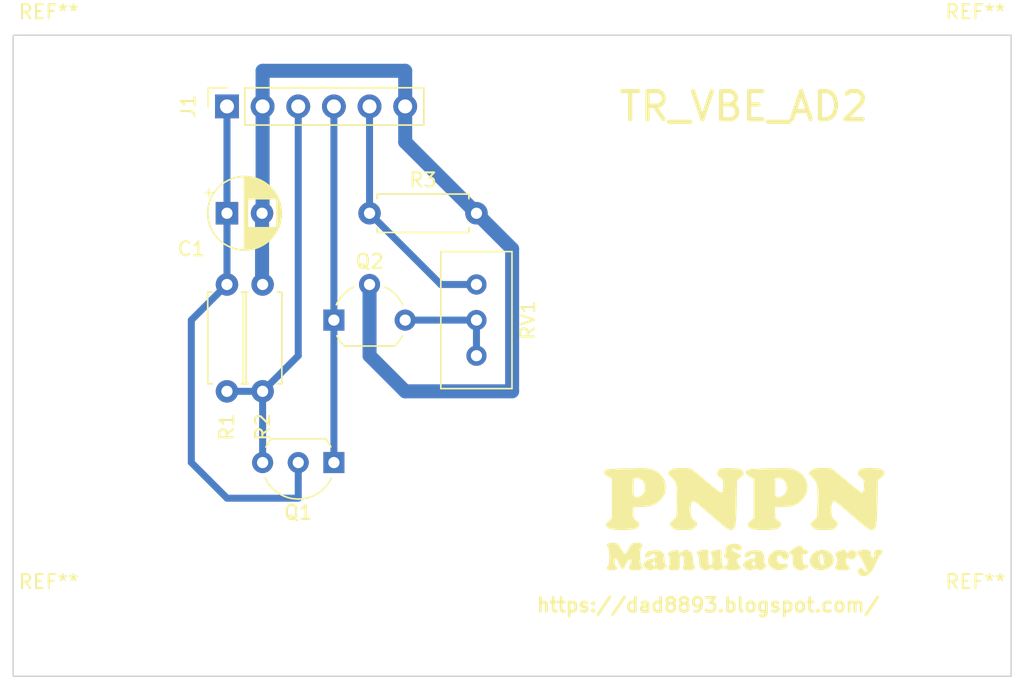
<source format=kicad_pcb>
(kicad_pcb (version 20171130) (host pcbnew "(5.1.6)-1")

  (general
    (thickness 1.6)
    (drawings 18)
    (tracks 32)
    (zones 0)
    (modules 13)
    (nets 7)
  )

  (page A4)
  (title_block
    (title TR_VBE_AD2)
    (date 2020-08-06)
    (rev 1.0)
    (company "PNPN Manufactory")
  )

  (layers
    (0 F.Cu signal)
    (31 B.Cu signal)
    (32 B.Adhes user)
    (33 F.Adhes user)
    (34 B.Paste user)
    (35 F.Paste user)
    (36 B.SilkS user)
    (37 F.SilkS user)
    (38 B.Mask user)
    (39 F.Mask user)
    (40 Dwgs.User user)
    (41 Cmts.User user)
    (42 Eco1.User user)
    (43 Eco2.User user)
    (44 Edge.Cuts user)
    (45 Margin user)
    (46 B.CrtYd user)
    (47 F.CrtYd user)
    (48 B.Fab user)
    (49 F.Fab user hide)
  )

  (setup
    (last_trace_width 0.5)
    (user_trace_width 0.5)
    (user_trace_width 1)
    (trace_clearance 0.2)
    (zone_clearance 0.508)
    (zone_45_only no)
    (trace_min 0.2)
    (via_size 0.8)
    (via_drill 0.4)
    (via_min_size 0.4)
    (via_min_drill 0.3)
    (uvia_size 0.3)
    (uvia_drill 0.1)
    (uvias_allowed no)
    (uvia_min_size 0.2)
    (uvia_min_drill 0.1)
    (edge_width 0.05)
    (segment_width 0.2)
    (pcb_text_width 0.3)
    (pcb_text_size 1.5 1.5)
    (mod_edge_width 0.12)
    (mod_text_size 1 1)
    (mod_text_width 0.15)
    (pad_size 1.524 1.524)
    (pad_drill 0.762)
    (pad_to_mask_clearance 0.05)
    (aux_axis_origin 0 0)
    (visible_elements 7FFFFFFF)
    (pcbplotparams
      (layerselection 0x010fc_ffffffff)
      (usegerberextensions false)
      (usegerberattributes true)
      (usegerberadvancedattributes true)
      (creategerberjobfile true)
      (excludeedgelayer true)
      (linewidth 0.100000)
      (plotframeref false)
      (viasonmask false)
      (mode 1)
      (useauxorigin false)
      (hpglpennumber 1)
      (hpglpenspeed 20)
      (hpglpendiameter 15.000000)
      (psnegative false)
      (psa4output false)
      (plotreference true)
      (plotvalue true)
      (plotinvisibletext false)
      (padsonsilk false)
      (subtractmaskfromsilk false)
      (outputformat 1)
      (mirror false)
      (drillshape 1)
      (scaleselection 1)
      (outputdirectory ""))
  )

  (net 0 "")
  (net 1 GND)
  (net 2 /VCC)
  (net 3 /VIS)
  (net 4 /VE)
  (net 5 /VB)
  (net 6 "Net-(Q2-Pad3)")

  (net_class Default "This is the default net class."
    (clearance 0.2)
    (trace_width 0.25)
    (via_dia 0.8)
    (via_drill 0.4)
    (uvia_dia 0.3)
    (uvia_drill 0.1)
    (add_net /VB)
    (add_net /VCC)
    (add_net /VE)
    (add_net /VIS)
    (add_net GND)
    (add_net "Net-(Q2-Pad3)")
  )

  (module Capacitor_THT:CP_Radial_D5.0mm_P2.50mm (layer F.Cu) (tedit 5AE50EF0) (tstamp 5F2380D2)
    (at 134.62 91.44)
    (descr "CP, Radial series, Radial, pin pitch=2.50mm, , diameter=5mm, Electrolytic Capacitor")
    (tags "CP Radial series Radial pin pitch 2.50mm  diameter 5mm Electrolytic Capacitor")
    (path /5F24679E)
    (fp_text reference C1 (at -2.54 2.54) (layer F.SilkS)
      (effects (font (size 1 1) (thickness 0.15)))
    )
    (fp_text value 10uF (at 1.25 3.75) (layer F.Fab)
      (effects (font (size 1 1) (thickness 0.15)))
    )
    (fp_text user %R (at 1.25 0) (layer F.Fab)
      (effects (font (size 1 1) (thickness 0.15)))
    )
    (fp_circle (center 1.25 0) (end 3.75 0) (layer F.Fab) (width 0.1))
    (fp_circle (center 1.25 0) (end 3.87 0) (layer F.SilkS) (width 0.12))
    (fp_circle (center 1.25 0) (end 4 0) (layer F.CrtYd) (width 0.05))
    (fp_line (start -0.883605 -1.0875) (end -0.383605 -1.0875) (layer F.Fab) (width 0.1))
    (fp_line (start -0.633605 -1.3375) (end -0.633605 -0.8375) (layer F.Fab) (width 0.1))
    (fp_line (start 1.25 -2.58) (end 1.25 2.58) (layer F.SilkS) (width 0.12))
    (fp_line (start 1.29 -2.58) (end 1.29 2.58) (layer F.SilkS) (width 0.12))
    (fp_line (start 1.33 -2.579) (end 1.33 2.579) (layer F.SilkS) (width 0.12))
    (fp_line (start 1.37 -2.578) (end 1.37 2.578) (layer F.SilkS) (width 0.12))
    (fp_line (start 1.41 -2.576) (end 1.41 2.576) (layer F.SilkS) (width 0.12))
    (fp_line (start 1.45 -2.573) (end 1.45 2.573) (layer F.SilkS) (width 0.12))
    (fp_line (start 1.49 -2.569) (end 1.49 -1.04) (layer F.SilkS) (width 0.12))
    (fp_line (start 1.49 1.04) (end 1.49 2.569) (layer F.SilkS) (width 0.12))
    (fp_line (start 1.53 -2.565) (end 1.53 -1.04) (layer F.SilkS) (width 0.12))
    (fp_line (start 1.53 1.04) (end 1.53 2.565) (layer F.SilkS) (width 0.12))
    (fp_line (start 1.57 -2.561) (end 1.57 -1.04) (layer F.SilkS) (width 0.12))
    (fp_line (start 1.57 1.04) (end 1.57 2.561) (layer F.SilkS) (width 0.12))
    (fp_line (start 1.61 -2.556) (end 1.61 -1.04) (layer F.SilkS) (width 0.12))
    (fp_line (start 1.61 1.04) (end 1.61 2.556) (layer F.SilkS) (width 0.12))
    (fp_line (start 1.65 -2.55) (end 1.65 -1.04) (layer F.SilkS) (width 0.12))
    (fp_line (start 1.65 1.04) (end 1.65 2.55) (layer F.SilkS) (width 0.12))
    (fp_line (start 1.69 -2.543) (end 1.69 -1.04) (layer F.SilkS) (width 0.12))
    (fp_line (start 1.69 1.04) (end 1.69 2.543) (layer F.SilkS) (width 0.12))
    (fp_line (start 1.73 -2.536) (end 1.73 -1.04) (layer F.SilkS) (width 0.12))
    (fp_line (start 1.73 1.04) (end 1.73 2.536) (layer F.SilkS) (width 0.12))
    (fp_line (start 1.77 -2.528) (end 1.77 -1.04) (layer F.SilkS) (width 0.12))
    (fp_line (start 1.77 1.04) (end 1.77 2.528) (layer F.SilkS) (width 0.12))
    (fp_line (start 1.81 -2.52) (end 1.81 -1.04) (layer F.SilkS) (width 0.12))
    (fp_line (start 1.81 1.04) (end 1.81 2.52) (layer F.SilkS) (width 0.12))
    (fp_line (start 1.85 -2.511) (end 1.85 -1.04) (layer F.SilkS) (width 0.12))
    (fp_line (start 1.85 1.04) (end 1.85 2.511) (layer F.SilkS) (width 0.12))
    (fp_line (start 1.89 -2.501) (end 1.89 -1.04) (layer F.SilkS) (width 0.12))
    (fp_line (start 1.89 1.04) (end 1.89 2.501) (layer F.SilkS) (width 0.12))
    (fp_line (start 1.93 -2.491) (end 1.93 -1.04) (layer F.SilkS) (width 0.12))
    (fp_line (start 1.93 1.04) (end 1.93 2.491) (layer F.SilkS) (width 0.12))
    (fp_line (start 1.971 -2.48) (end 1.971 -1.04) (layer F.SilkS) (width 0.12))
    (fp_line (start 1.971 1.04) (end 1.971 2.48) (layer F.SilkS) (width 0.12))
    (fp_line (start 2.011 -2.468) (end 2.011 -1.04) (layer F.SilkS) (width 0.12))
    (fp_line (start 2.011 1.04) (end 2.011 2.468) (layer F.SilkS) (width 0.12))
    (fp_line (start 2.051 -2.455) (end 2.051 -1.04) (layer F.SilkS) (width 0.12))
    (fp_line (start 2.051 1.04) (end 2.051 2.455) (layer F.SilkS) (width 0.12))
    (fp_line (start 2.091 -2.442) (end 2.091 -1.04) (layer F.SilkS) (width 0.12))
    (fp_line (start 2.091 1.04) (end 2.091 2.442) (layer F.SilkS) (width 0.12))
    (fp_line (start 2.131 -2.428) (end 2.131 -1.04) (layer F.SilkS) (width 0.12))
    (fp_line (start 2.131 1.04) (end 2.131 2.428) (layer F.SilkS) (width 0.12))
    (fp_line (start 2.171 -2.414) (end 2.171 -1.04) (layer F.SilkS) (width 0.12))
    (fp_line (start 2.171 1.04) (end 2.171 2.414) (layer F.SilkS) (width 0.12))
    (fp_line (start 2.211 -2.398) (end 2.211 -1.04) (layer F.SilkS) (width 0.12))
    (fp_line (start 2.211 1.04) (end 2.211 2.398) (layer F.SilkS) (width 0.12))
    (fp_line (start 2.251 -2.382) (end 2.251 -1.04) (layer F.SilkS) (width 0.12))
    (fp_line (start 2.251 1.04) (end 2.251 2.382) (layer F.SilkS) (width 0.12))
    (fp_line (start 2.291 -2.365) (end 2.291 -1.04) (layer F.SilkS) (width 0.12))
    (fp_line (start 2.291 1.04) (end 2.291 2.365) (layer F.SilkS) (width 0.12))
    (fp_line (start 2.331 -2.348) (end 2.331 -1.04) (layer F.SilkS) (width 0.12))
    (fp_line (start 2.331 1.04) (end 2.331 2.348) (layer F.SilkS) (width 0.12))
    (fp_line (start 2.371 -2.329) (end 2.371 -1.04) (layer F.SilkS) (width 0.12))
    (fp_line (start 2.371 1.04) (end 2.371 2.329) (layer F.SilkS) (width 0.12))
    (fp_line (start 2.411 -2.31) (end 2.411 -1.04) (layer F.SilkS) (width 0.12))
    (fp_line (start 2.411 1.04) (end 2.411 2.31) (layer F.SilkS) (width 0.12))
    (fp_line (start 2.451 -2.29) (end 2.451 -1.04) (layer F.SilkS) (width 0.12))
    (fp_line (start 2.451 1.04) (end 2.451 2.29) (layer F.SilkS) (width 0.12))
    (fp_line (start 2.491 -2.268) (end 2.491 -1.04) (layer F.SilkS) (width 0.12))
    (fp_line (start 2.491 1.04) (end 2.491 2.268) (layer F.SilkS) (width 0.12))
    (fp_line (start 2.531 -2.247) (end 2.531 -1.04) (layer F.SilkS) (width 0.12))
    (fp_line (start 2.531 1.04) (end 2.531 2.247) (layer F.SilkS) (width 0.12))
    (fp_line (start 2.571 -2.224) (end 2.571 -1.04) (layer F.SilkS) (width 0.12))
    (fp_line (start 2.571 1.04) (end 2.571 2.224) (layer F.SilkS) (width 0.12))
    (fp_line (start 2.611 -2.2) (end 2.611 -1.04) (layer F.SilkS) (width 0.12))
    (fp_line (start 2.611 1.04) (end 2.611 2.2) (layer F.SilkS) (width 0.12))
    (fp_line (start 2.651 -2.175) (end 2.651 -1.04) (layer F.SilkS) (width 0.12))
    (fp_line (start 2.651 1.04) (end 2.651 2.175) (layer F.SilkS) (width 0.12))
    (fp_line (start 2.691 -2.149) (end 2.691 -1.04) (layer F.SilkS) (width 0.12))
    (fp_line (start 2.691 1.04) (end 2.691 2.149) (layer F.SilkS) (width 0.12))
    (fp_line (start 2.731 -2.122) (end 2.731 -1.04) (layer F.SilkS) (width 0.12))
    (fp_line (start 2.731 1.04) (end 2.731 2.122) (layer F.SilkS) (width 0.12))
    (fp_line (start 2.771 -2.095) (end 2.771 -1.04) (layer F.SilkS) (width 0.12))
    (fp_line (start 2.771 1.04) (end 2.771 2.095) (layer F.SilkS) (width 0.12))
    (fp_line (start 2.811 -2.065) (end 2.811 -1.04) (layer F.SilkS) (width 0.12))
    (fp_line (start 2.811 1.04) (end 2.811 2.065) (layer F.SilkS) (width 0.12))
    (fp_line (start 2.851 -2.035) (end 2.851 -1.04) (layer F.SilkS) (width 0.12))
    (fp_line (start 2.851 1.04) (end 2.851 2.035) (layer F.SilkS) (width 0.12))
    (fp_line (start 2.891 -2.004) (end 2.891 -1.04) (layer F.SilkS) (width 0.12))
    (fp_line (start 2.891 1.04) (end 2.891 2.004) (layer F.SilkS) (width 0.12))
    (fp_line (start 2.931 -1.971) (end 2.931 -1.04) (layer F.SilkS) (width 0.12))
    (fp_line (start 2.931 1.04) (end 2.931 1.971) (layer F.SilkS) (width 0.12))
    (fp_line (start 2.971 -1.937) (end 2.971 -1.04) (layer F.SilkS) (width 0.12))
    (fp_line (start 2.971 1.04) (end 2.971 1.937) (layer F.SilkS) (width 0.12))
    (fp_line (start 3.011 -1.901) (end 3.011 -1.04) (layer F.SilkS) (width 0.12))
    (fp_line (start 3.011 1.04) (end 3.011 1.901) (layer F.SilkS) (width 0.12))
    (fp_line (start 3.051 -1.864) (end 3.051 -1.04) (layer F.SilkS) (width 0.12))
    (fp_line (start 3.051 1.04) (end 3.051 1.864) (layer F.SilkS) (width 0.12))
    (fp_line (start 3.091 -1.826) (end 3.091 -1.04) (layer F.SilkS) (width 0.12))
    (fp_line (start 3.091 1.04) (end 3.091 1.826) (layer F.SilkS) (width 0.12))
    (fp_line (start 3.131 -1.785) (end 3.131 -1.04) (layer F.SilkS) (width 0.12))
    (fp_line (start 3.131 1.04) (end 3.131 1.785) (layer F.SilkS) (width 0.12))
    (fp_line (start 3.171 -1.743) (end 3.171 -1.04) (layer F.SilkS) (width 0.12))
    (fp_line (start 3.171 1.04) (end 3.171 1.743) (layer F.SilkS) (width 0.12))
    (fp_line (start 3.211 -1.699) (end 3.211 -1.04) (layer F.SilkS) (width 0.12))
    (fp_line (start 3.211 1.04) (end 3.211 1.699) (layer F.SilkS) (width 0.12))
    (fp_line (start 3.251 -1.653) (end 3.251 -1.04) (layer F.SilkS) (width 0.12))
    (fp_line (start 3.251 1.04) (end 3.251 1.653) (layer F.SilkS) (width 0.12))
    (fp_line (start 3.291 -1.605) (end 3.291 -1.04) (layer F.SilkS) (width 0.12))
    (fp_line (start 3.291 1.04) (end 3.291 1.605) (layer F.SilkS) (width 0.12))
    (fp_line (start 3.331 -1.554) (end 3.331 -1.04) (layer F.SilkS) (width 0.12))
    (fp_line (start 3.331 1.04) (end 3.331 1.554) (layer F.SilkS) (width 0.12))
    (fp_line (start 3.371 -1.5) (end 3.371 -1.04) (layer F.SilkS) (width 0.12))
    (fp_line (start 3.371 1.04) (end 3.371 1.5) (layer F.SilkS) (width 0.12))
    (fp_line (start 3.411 -1.443) (end 3.411 -1.04) (layer F.SilkS) (width 0.12))
    (fp_line (start 3.411 1.04) (end 3.411 1.443) (layer F.SilkS) (width 0.12))
    (fp_line (start 3.451 -1.383) (end 3.451 -1.04) (layer F.SilkS) (width 0.12))
    (fp_line (start 3.451 1.04) (end 3.451 1.383) (layer F.SilkS) (width 0.12))
    (fp_line (start 3.491 -1.319) (end 3.491 -1.04) (layer F.SilkS) (width 0.12))
    (fp_line (start 3.491 1.04) (end 3.491 1.319) (layer F.SilkS) (width 0.12))
    (fp_line (start 3.531 -1.251) (end 3.531 -1.04) (layer F.SilkS) (width 0.12))
    (fp_line (start 3.531 1.04) (end 3.531 1.251) (layer F.SilkS) (width 0.12))
    (fp_line (start 3.571 -1.178) (end 3.571 1.178) (layer F.SilkS) (width 0.12))
    (fp_line (start 3.611 -1.098) (end 3.611 1.098) (layer F.SilkS) (width 0.12))
    (fp_line (start 3.651 -1.011) (end 3.651 1.011) (layer F.SilkS) (width 0.12))
    (fp_line (start 3.691 -0.915) (end 3.691 0.915) (layer F.SilkS) (width 0.12))
    (fp_line (start 3.731 -0.805) (end 3.731 0.805) (layer F.SilkS) (width 0.12))
    (fp_line (start 3.771 -0.677) (end 3.771 0.677) (layer F.SilkS) (width 0.12))
    (fp_line (start 3.811 -0.518) (end 3.811 0.518) (layer F.SilkS) (width 0.12))
    (fp_line (start 3.851 -0.284) (end 3.851 0.284) (layer F.SilkS) (width 0.12))
    (fp_line (start -1.554775 -1.475) (end -1.054775 -1.475) (layer F.SilkS) (width 0.12))
    (fp_line (start -1.304775 -1.725) (end -1.304775 -1.225) (layer F.SilkS) (width 0.12))
    (pad 2 thru_hole circle (at 2.5 0) (size 1.6 1.6) (drill 0.8) (layers *.Cu *.Mask)
      (net 1 GND))
    (pad 1 thru_hole rect (at 0 0) (size 1.6 1.6) (drill 0.8) (layers *.Cu *.Mask)
      (net 2 /VCC))
    (model ${KISYS3DMOD}/Capacitor_THT.3dshapes/CP_Radial_D5.0mm_P2.50mm.wrl
      (at (xyz 0 0 0))
      (scale (xyz 1 1 1))
      (rotate (xyz 0 0 0))
    )
  )

  (module Package_TO_SOT_THT:TO-92L_Inline_Wide (layer F.Cu) (tedit 5A11996A) (tstamp 5F238103)
    (at 142.24 109.22 180)
    (descr "TO-92L leads in-line (large body variant of TO-92), also known as TO-226, wide, drill 0.75mm (see https://www.diodes.com/assets/Package-Files/TO92L.pdf and http://www.ti.com/lit/an/snoa059/snoa059.pdf)")
    (tags "TO-92L Inline Wide transistor")
    (path /5F232549)
    (fp_text reference Q1 (at 2.54 -3.56) (layer F.SilkS)
      (effects (font (size 1 1) (thickness 0.15)))
    )
    (fp_text value 2SC1815 (at 2.54 2.79) (layer F.Fab)
      (effects (font (size 1 1) (thickness 0.15)))
    )
    (fp_line (start 0.6 1.7) (end 4.45 1.7) (layer F.SilkS) (width 0.12))
    (fp_line (start 0.65 1.6) (end 4.4 1.6) (layer F.Fab) (width 0.1))
    (fp_line (start -1 -2.75) (end 6.1 -2.75) (layer F.CrtYd) (width 0.05))
    (fp_line (start -1 -2.75) (end -1 1.85) (layer F.CrtYd) (width 0.05))
    (fp_line (start 6.1 1.85) (end 6.1 -2.75) (layer F.CrtYd) (width 0.05))
    (fp_line (start 6.1 1.85) (end -1 1.85) (layer F.CrtYd) (width 0.05))
    (fp_arc (start 2.54 0) (end 4.45 1.7) (angle -15.88591585) (layer F.SilkS) (width 0.12))
    (fp_arc (start 2.54 0) (end 2.54 -2.48) (angle -130.2499344) (layer F.Fab) (width 0.1))
    (fp_arc (start 2.54 0) (end 2.54 -2.48) (angle 129.9527847) (layer F.Fab) (width 0.1))
    (fp_arc (start 2.54 0) (end 2.54 -2.6) (angle 65) (layer F.SilkS) (width 0.12))
    (fp_arc (start 2.54 0) (end 2.54 -2.6) (angle -65) (layer F.SilkS) (width 0.12))
    (fp_arc (start 2.54 0) (end 0.6 1.7) (angle 15.44288892) (layer F.SilkS) (width 0.12))
    (fp_text user %R (at 2.54 -3.56) (layer F.Fab)
      (effects (font (size 1 1) (thickness 0.15)))
    )
    (pad 1 thru_hole rect (at 0 0 270) (size 1.5 1.5) (drill 0.8) (layers *.Cu *.Mask)
      (net 4 /VE))
    (pad 3 thru_hole circle (at 5.08 0 270) (size 1.5 1.5) (drill 0.8) (layers *.Cu *.Mask)
      (net 5 /VB))
    (pad 2 thru_hole circle (at 2.54 0 270) (size 1.5 1.5) (drill 0.8) (layers *.Cu *.Mask)
      (net 2 /VCC))
    (model ${KISYS3DMOD}/Package_TO_SOT_THT.3dshapes/TO-92L_Inline_Wide.wrl
      (at (xyz 0 0 0))
      (scale (xyz 1 1 1))
      (rotate (xyz 0 0 0))
    )
  )

  (module myfootprint:Silk_PNPN_Manufactory_400dpi (layer F.Cu) (tedit 5EAFF255) (tstamp 5F23253C)
    (at 171.45 113.03)
    (fp_text reference G*** (at -7.62 -5.08) (layer F.Fab) hide
      (effects (font (size 1.524 1.524) (thickness 0.3)))
    )
    (fp_text value LOGO (at -1.27 -5.08) (layer F.Fab) hide
      (effects (font (size 1.524 1.524) (thickness 0.3)))
    )
    (fp_poly (pts (xy 9.833998 2.440959) (xy 9.909565 2.519099) (xy 9.867354 2.638815) (xy 9.784446 2.726535)
      (xy 9.650112 2.894872) (xy 9.511512 3.154107) (xy 9.425853 3.361614) (xy 9.244654 3.755586)
      (xy 9.034777 4.046865) (xy 8.80384 4.229192) (xy 8.559461 4.296308) (xy 8.338526 4.254766)
      (xy 8.19622 4.154042) (xy 8.130695 4.069037) (xy 8.098435 3.952622) (xy 8.159436 3.843536)
      (xy 8.190044 3.811455) (xy 8.325567 3.703665) (xy 8.429552 3.707516) (xy 8.536058 3.825901)
      (xy 8.546589 3.84175) (xy 8.652416 3.967648) (xy 8.730107 3.993291) (xy 8.762828 3.913862)
      (xy 8.763 3.903664) (xy 8.732734 3.788322) (xy 8.653431 3.59837) (xy 8.542328 3.367532)
      (xy 8.416665 3.129534) (xy 8.293681 2.918099) (xy 8.190615 2.766952) (xy 8.16881 2.741257)
      (xy 8.079516 2.635406) (xy 8.074634 2.573351) (xy 8.151548 2.506397) (xy 8.156011 2.503132)
      (xy 8.296544 2.450226) (xy 8.507866 2.420625) (xy 8.736546 2.416437) (xy 8.92915 2.439767)
      (xy 9.00792 2.469544) (xy 9.06379 2.570394) (xy 9.055247 2.646528) (xy 9.05481 2.778419)
      (xy 9.113084 2.898251) (xy 9.201388 2.964234) (xy 9.267069 2.955179) (xy 9.317359 2.851769)
      (xy 9.306957 2.698845) (xy 9.300882 2.540427) (xy 9.370362 2.451739) (xy 9.535053 2.416137)
      (xy 9.644493 2.413) (xy 9.833998 2.440959)) (layer F.SilkS) (width 0.01))
    (fp_poly (pts (xy -7.49719 1.914707) (xy -7.354448 1.938568) (xy -7.339444 1.943543) (xy -7.253429 2.032459)
      (xy -7.252228 2.166966) (xy -7.318375 2.276522) (xy -7.364344 2.389623) (xy -7.389795 2.590995)
      (xy -7.395996 2.843791) (xy -7.384217 3.111164) (xy -7.355725 3.356268) (xy -7.311788 3.542255)
      (xy -7.272207 3.61789) (xy -7.201987 3.71063) (xy -7.227995 3.766658) (xy -7.293058 3.804946)
      (xy -7.441415 3.848993) (xy -7.648271 3.869976) (xy -7.868896 3.86845) (xy -8.058561 3.844972)
      (xy -8.172535 3.800096) (xy -8.178475 3.793944) (xy -8.204808 3.687888) (xy -8.1545 3.591308)
      (xy -8.095826 3.463038) (xy -8.067176 3.306454) (xy -8.069377 3.162717) (xy -8.103259 3.072989)
      (xy -8.143876 3.063508) (xy -8.211344 3.130914) (xy -8.307459 3.280219) (xy -8.396781 3.4498)
      (xy -8.496588 3.637103) (xy -8.584284 3.767357) (xy -8.635499 3.81) (xy -8.693427 3.757085)
      (xy -8.78542 3.617613) (xy -8.892659 3.42049) (xy -8.904222 3.39725) (xy -9.009856 3.195963)
      (xy -9.099119 3.049026) (xy -9.154348 2.98521) (xy -9.15763 2.9845) (xy -9.198475 3.038664)
      (xy -9.212564 3.171052) (xy -9.203244 3.336508) (xy -9.173863 3.489877) (xy -9.12777 3.586001)
      (xy -9.11225 3.596536) (xy -9.026301 3.677496) (xy -9.041715 3.778892) (xy -9.117444 3.834956)
      (xy -9.286667 3.871139) (xy -9.479322 3.873424) (xy -9.648758 3.845839) (xy -9.748323 3.79241)
      (xy -9.755411 3.779881) (xy -9.743832 3.665234) (xy -9.689918 3.584846) (xy -9.633235 3.461511)
      (xy -9.597001 3.250419) (xy -9.581144 2.989142) (xy -9.585593 2.715253) (xy -9.610278 2.466325)
      (xy -9.655126 2.279932) (xy -9.692514 2.212816) (xy -9.76074 2.08364) (xy -9.714332 1.986171)
      (xy -9.563383 1.928181) (xy -9.317983 1.917441) (xy -9.309591 1.917911) (xy -9.137978 1.932257)
      (xy -9.024013 1.967244) (xy -8.932783 2.048018) (xy -8.829377 2.19973) (xy -8.759869 2.313902)
      (xy -8.637094 2.505636) (xy -8.532461 2.648566) (xy -8.468246 2.712315) (xy -8.467502 2.712582)
      (xy -8.40568 2.67333) (xy -8.323107 2.549247) (xy -8.283658 2.469642) (xy -8.143648 2.193059)
      (xy -8.011642 2.020082) (xy -7.866416 1.930726) (xy -7.686749 1.905003) (xy -7.684085 1.905)
      (xy -7.49719 1.914707)) (layer F.SilkS) (width 0.01))
    (fp_poly (pts (xy -5.981703 2.470889) (xy -5.79616 2.560174) (xy -5.692042 2.730015) (xy -5.653006 2.997421)
      (xy -5.6515 3.083629) (xy -5.639006 3.307053) (xy -5.59586 3.436433) (xy -5.540375 3.489164)
      (xy -5.477139 3.540937) (xy -5.491829 3.600853) (xy -5.59462 3.70312) (xy -5.607416 3.714569)
      (xy -5.805731 3.839394) (xy -5.996161 3.868529) (xy -6.145078 3.799022) (xy -6.235489 3.756327)
      (xy -6.372784 3.794419) (xy -6.383016 3.799022) (xy -6.652556 3.869057) (xy -6.886292 3.817283)
      (xy -7.019637 3.717636) (xy -7.139389 3.578755) (xy -7.162236 3.468034) (xy -7.138446 3.425809)
      (xy -6.527206 3.425809) (xy -6.462438 3.528212) (xy -6.383743 3.556) (xy -6.305073 3.501012)
      (xy -6.2865 3.39725) (xy -6.325357 3.274894) (xy -6.412843 3.235458) (xy -6.505335 3.296888)
      (xy -6.51063 3.30504) (xy -6.527206 3.425809) (xy -7.138446 3.425809) (xy -7.089312 3.338604)
      (xy -7.03053 3.267544) (xy -6.871735 3.139493) (xy -6.649757 3.073712) (xy -6.58603 3.065244)
      (xy -6.403128 3.036928) (xy -6.314494 2.992754) (xy -6.287474 2.912417) (xy -6.2865 2.878998)
      (xy -6.324079 2.734096) (xy -6.42508 2.689451) (xy -6.571904 2.747523) (xy -6.6675 2.82575)
      (xy -6.82773 2.939641) (xy -6.956394 2.960445) (xy -7.030826 2.891026) (xy -7.037079 2.779003)
      (xy -6.95496 2.631292) (xy -6.767185 2.521853) (xy -6.491343 2.458289) (xy -6.265015 2.445152)
      (xy -5.981703 2.470889)) (layer F.SilkS) (width 0.01))
    (fp_poly (pts (xy -3.872956 2.469074) (xy -3.715939 2.627138) (xy -3.631158 2.871952) (xy -3.6195 3.026853)
      (xy -3.597234 3.261917) (xy -3.542226 3.487491) (xy -3.527661 3.52588) (xy -3.4733 3.673702)
      (xy -3.478245 3.751827) (xy -3.54685 3.805057) (xy -3.555237 3.809591) (xy -3.706332 3.852385)
      (xy -3.916113 3.870238) (xy -4.12806 3.862585) (xy -4.285654 3.828865) (xy -4.308682 3.817103)
      (xy -4.361664 3.744661) (xy -4.324557 3.63175) (xy -4.272732 3.463512) (xy -4.255541 3.251718)
      (xy -4.271557 3.045506) (xy -4.319352 2.894011) (xy -4.346969 2.859808) (xy -4.457994 2.806156)
      (xy -4.529648 2.865249) (xy -4.56357 3.040362) (xy -4.5635 3.293193) (xy -4.560672 3.521044)
      (xy -4.57216 3.702781) (xy -4.593625 3.794125) (xy -4.684515 3.841656) (xy -4.853038 3.867129)
      (xy -5.051571 3.86946) (xy -5.232489 3.847566) (xy -5.334 3.810965) (xy -5.395047 3.743813)
      (xy -5.363845 3.645564) (xy -5.349875 3.622299) (xy -5.294041 3.462694) (xy -5.271438 3.250673)
      (xy -5.281103 3.034168) (xy -5.322072 2.861109) (xy -5.366534 2.79335) (xy -5.423096 2.695483)
      (xy -5.355943 2.602392) (xy -5.168349 2.517281) (xy -5.049961 2.483554) (xy -4.829961 2.432333)
      (xy -4.705286 2.42034) (xy -4.649354 2.451197) (xy -4.635583 2.528522) (xy -4.6355 2.54)
      (xy -4.612994 2.643245) (xy -4.581842 2.667) (xy -4.50346 2.62454) (xy -4.41325 2.54)
      (xy -4.244035 2.436969) (xy -4.090518 2.413) (xy -3.872956 2.469074)) (layer F.SilkS) (width 0.01))
    (fp_poly (pts (xy -0.489827 1.988413) (xy -0.281993 2.055426) (xy -0.160155 2.173725) (xy -0.138985 2.305888)
      (xy -0.207299 2.425694) (xy -0.346861 2.464671) (xy -0.527365 2.418256) (xy -0.602756 2.375734)
      (xy -0.752952 2.308036) (xy -0.833653 2.332252) (xy -0.834714 2.406174) (xy -0.749371 2.501966)
      (xy -0.609555 2.595392) (xy -0.447196 2.662214) (xy -0.380169 2.676487) (xy -0.250932 2.735128)
      (xy -0.194883 2.836384) (xy -0.218808 2.937432) (xy -0.329496 2.995449) (xy -0.329603 2.995464)
      (xy -0.431783 3.032974) (xy -0.466975 3.131819) (xy -0.466837 3.223089) (xy -0.400047 3.44725)
      (xy -0.308087 3.556421) (xy -0.209106 3.648567) (xy -0.202712 3.707155) (xy -0.282012 3.778207)
      (xy -0.429231 3.836796) (xy -0.652112 3.868119) (xy -0.902183 3.871741) (xy -1.130973 3.847222)
      (xy -1.29001 3.794125) (xy -1.299982 3.787395) (xy -1.408044 3.734338) (xy -1.525211 3.75926)
      (xy -1.581994 3.787003) (xy -1.772288 3.853186) (xy -1.967775 3.871203) (xy -2.125763 3.841817)
      (xy -2.200412 3.775971) (xy -2.239764 3.713827) (xy -2.309679 3.728659) (xy -2.386685 3.775971)
      (xy -2.607989 3.860996) (xy -2.839333 3.855572) (xy -3.031562 3.76189) (xy -3.048 3.7465)
      (xy -3.126152 3.633714) (xy -3.165157 3.471191) (xy -3.175 3.243035) (xy -3.192613 2.969238)
      (xy -3.247738 2.801617) (xy -3.276418 2.765153) (xy -3.345976 2.642032) (xy -3.299711 2.539019)
      (xy -3.148086 2.462764) (xy -2.901561 2.41992) (xy -2.722563 2.413) (xy -2.54 2.413)
      (xy -2.54 2.913224) (xy -2.525201 3.233992) (xy -2.481666 3.439647) (xy -2.410686 3.527181)
      (xy -2.313557 3.493583) (xy -2.29719 3.478289) (xy -2.242818 3.353769) (xy -2.223881 3.160777)
      (xy -2.23881 2.952328) (xy -2.286037 2.781442) (xy -2.319352 2.728729) (xy -2.382886 2.63737)
      (xy -2.350299 2.568631) (xy -2.317246 2.539581) (xy -2.197747 2.485261) (xy -2.007138 2.440865)
      (xy -1.902894 2.427147) (xy -1.5875 2.396841) (xy -1.5875 2.936895) (xy -1.576385 3.263063)
      (xy -1.539469 3.474505) (xy -1.471394 3.581839) (xy -1.366805 3.595684) (xy -1.27406 3.558172)
      (xy -1.182153 3.457436) (xy -1.136556 3.306867) (xy -1.137572 3.149348) (xy -1.185505 3.027764)
      (xy -1.27 2.9845) (xy -1.376129 2.939598) (xy -1.397 2.8575) (xy -1.370098 2.754319)
      (xy -1.33275 2.7305) (xy -1.29774 2.674187) (xy -1.302056 2.523363) (xy -1.306715 2.491513)
      (xy -1.300311 2.271185) (xy -1.19492 2.116029) (xy -0.983637 2.019579) (xy -0.763677 1.98301)
      (xy -0.489827 1.988413)) (layer F.SilkS) (width 0.01))
    (fp_poly (pts (xy 1.130297 2.470889) (xy 1.31584 2.560174) (xy 1.419958 2.730015) (xy 1.458994 2.997421)
      (xy 1.4605 3.083629) (xy 1.472994 3.307053) (xy 1.51614 3.436433) (xy 1.571625 3.489164)
      (xy 1.634861 3.540937) (xy 1.620171 3.600853) (xy 1.51738 3.70312) (xy 1.504584 3.714569)
      (xy 1.306269 3.839394) (xy 1.115839 3.868529) (xy 0.966922 3.799022) (xy 0.876511 3.756327)
      (xy 0.739216 3.794419) (xy 0.728984 3.799022) (xy 0.459444 3.869057) (xy 0.225708 3.817283)
      (xy 0.092363 3.717636) (xy -0.027389 3.578755) (xy -0.050236 3.468034) (xy -0.026446 3.425809)
      (xy 0.584794 3.425809) (xy 0.649562 3.528212) (xy 0.728257 3.556) (xy 0.806927 3.501012)
      (xy 0.8255 3.39725) (xy 0.786643 3.274894) (xy 0.699157 3.235458) (xy 0.606665 3.296888)
      (xy 0.60137 3.30504) (xy 0.584794 3.425809) (xy -0.026446 3.425809) (xy 0.022688 3.338604)
      (xy 0.08147 3.267544) (xy 0.240265 3.139493) (xy 0.462243 3.073712) (xy 0.52597 3.065244)
      (xy 0.708872 3.036928) (xy 0.797506 2.992754) (xy 0.824526 2.912417) (xy 0.8255 2.878998)
      (xy 0.787921 2.734096) (xy 0.68692 2.689451) (xy 0.540096 2.747523) (xy 0.4445 2.82575)
      (xy 0.28427 2.939641) (xy 0.155606 2.960445) (xy 0.081174 2.891026) (xy 0.074921 2.779003)
      (xy 0.15704 2.631292) (xy 0.344815 2.521853) (xy 0.620657 2.458289) (xy 0.846985 2.445152)
      (xy 1.130297 2.470889)) (layer F.SilkS) (width 0.01))
    (fp_poly (pts (xy 2.744617 2.436712) (xy 2.988103 2.509149) (xy 3.155427 2.635293) (xy 3.205767 2.727405)
      (xy 3.213184 2.900265) (xy 3.137679 3.029933) (xy 3.012907 3.101073) (xy 2.872522 3.09835)
      (xy 2.750179 3.006428) (xy 2.717621 2.949842) (xy 2.616689 2.823974) (xy 2.512607 2.806967)
      (xy 2.399519 2.87581) (xy 2.35987 3.01658) (xy 2.398731 3.19418) (xy 2.444449 3.278702)
      (xy 2.527487 3.377589) (xy 2.633948 3.419204) (xy 2.811354 3.420084) (xy 2.844454 3.417906)
      (xy 3.060492 3.428205) (xy 3.165514 3.488758) (xy 3.154731 3.587392) (xy 3.023353 3.711931)
      (xy 2.972953 3.744563) (xy 2.700489 3.846746) (xy 2.395333 3.862954) (xy 2.114612 3.791298)
      (xy 2.080423 3.774097) (xy 1.863268 3.592725) (xy 1.745128 3.35557) (xy 1.730107 3.091237)
      (xy 1.82231 2.82833) (xy 1.924813 2.689643) (xy 2.085943 2.539259) (xy 2.250174 2.462312)
      (xy 2.454047 2.429506) (xy 2.744617 2.436712)) (layer F.SilkS) (width 0.01))
    (fp_poly (pts (xy 4.156692 2.132474) (xy 4.191 2.250226) (xy 4.213665 2.361221) (xy 4.306189 2.411787)
      (xy 4.397375 2.424851) (xy 4.546848 2.459705) (xy 4.601396 2.538611) (xy 4.60375 2.57175)
      (xy 4.571125 2.6663) (xy 4.453039 2.711534) (xy 4.394332 2.718875) (xy 4.184915 2.739)
      (xy 4.203832 3.099875) (xy 4.217998 3.303722) (xy 4.244551 3.411357) (xy 4.300807 3.453468)
      (xy 4.40408 3.460748) (xy 4.407431 3.46075) (xy 4.566036 3.488232) (xy 4.611217 3.561293)
      (xy 4.541667 3.665853) (xy 4.433783 3.744363) (xy 4.158956 3.856436) (xy 3.900398 3.857014)
      (xy 3.679983 3.746842) (xy 3.648363 3.717636) (xy 3.561079 3.611736) (xy 3.513701 3.488283)
      (xy 3.494851 3.305554) (xy 3.4925 3.146136) (xy 3.488595 2.921819) (xy 3.471182 2.796427)
      (xy 3.431712 2.741985) (xy 3.3655 2.7305) (xy 3.251832 2.699907) (xy 3.238709 2.618405)
      (xy 3.31837 2.501411) (xy 3.483054 2.36434) (xy 3.581798 2.300835) (xy 3.856732 2.155095)
      (xy 4.046821 2.099103) (xy 4.156692 2.132474)) (layer F.SilkS) (width 0.01))
    (fp_poly (pts (xy 5.812663 2.435455) (xy 6.074716 2.543355) (xy 6.275012 2.729027) (xy 6.392099 2.980841)
      (xy 6.4135 3.163283) (xy 6.35577 3.400381) (xy 6.200555 3.600658) (xy 5.974815 3.752633)
      (xy 5.705511 3.844827) (xy 5.419603 3.865759) (xy 5.144052 3.803948) (xy 5.036427 3.74966)
      (xy 4.820875 3.569335) (xy 4.71999 3.350207) (xy 4.718235 3.097417) (xy 4.77369 2.921979)
      (xy 5.399074 2.921979) (xy 5.401071 3.101024) (xy 5.435932 3.281999) (xy 5.497094 3.415933)
      (xy 5.598879 3.51585) (xy 5.672704 3.495376) (xy 5.711168 3.359446) (xy 5.715 3.270636)
      (xy 5.691228 3.033746) (xy 5.628404 2.847367) (xy 5.539258 2.742665) (xy 5.494321 2.7305)
      (xy 5.430103 2.78507) (xy 5.399074 2.921979) (xy 4.77369 2.921979) (xy 4.807632 2.814602)
      (xy 4.995405 2.606617) (xy 5.189085 2.499485) (xy 5.510302 2.416956) (xy 5.812663 2.435455)) (layer F.SilkS) (width 0.01))
    (fp_poly (pts (xy 7.291355 2.4917) (xy 7.3025 2.551068) (xy 7.3025 2.689137) (xy 7.449467 2.551068)
      (xy 7.638559 2.433033) (xy 7.815598 2.435226) (xy 7.964863 2.556953) (xy 7.976793 2.574351)
      (xy 8.045419 2.722779) (xy 8.024482 2.861423) (xy 8.012167 2.890099) (xy 7.890824 3.033081)
      (xy 7.721947 3.093756) (xy 7.552111 3.059951) (xy 7.501163 3.023637) (xy 7.39525 2.957117)
      (xy 7.332001 2.996828) (xy 7.304783 3.150221) (xy 7.3025 3.246849) (xy 7.326858 3.43754)
      (xy 7.409556 3.544204) (xy 7.4295 3.556) (xy 7.536949 3.656352) (xy 7.541939 3.763678)
      (xy 7.456056 3.834956) (xy 7.295144 3.867975) (xy 7.08026 3.877165) (xy 6.855153 3.865109)
      (xy 6.66357 3.834395) (xy 6.549259 3.787607) (xy 6.542763 3.780977) (xy 6.501484 3.686028)
      (xy 6.549956 3.569306) (xy 6.566738 3.544598) (xy 6.640948 3.369633) (xy 6.666176 3.159786)
      (xy 6.642709 2.964473) (xy 6.570836 2.833109) (xy 6.562548 2.826508) (xy 6.495553 2.727755)
      (xy 6.553734 2.623418) (xy 6.735524 2.515967) (xy 6.768462 2.50177) (xy 7.01901 2.422419)
      (xy 7.197576 2.419456) (xy 7.291355 2.4917)) (layer F.SilkS) (width 0.01))
    (fp_poly (pts (xy -7.13393 -3.411129) (xy -6.920417 -3.40023) (xy -6.753589 -3.380246) (xy -6.613402 -3.350422)
      (xy -6.550499 -3.332634) (xy -6.175162 -3.162296) (xy -5.886664 -2.917231) (xy -5.687066 -2.617256)
      (xy -5.578427 -2.282189) (xy -5.562809 -1.931849) (xy -5.642269 -1.586053) (xy -5.81887 -1.264618)
      (xy -6.094669 -0.987364) (xy -6.293345 -0.858715) (xy -6.475863 -0.767367) (xy -6.646138 -0.708543)
      (xy -6.844917 -0.673222) (xy -7.112946 -0.652382) (xy -7.254875 -0.645822) (xy -7.874 -0.620229)
      (xy -7.874 -0.283558) (xy -7.864736 -0.019932) (xy -7.827533 0.151395) (xy -7.748282 0.264367)
      (xy -7.612868 0.352929) (xy -7.608438 0.355229) (xy -7.465936 0.481495) (xy -7.434779 0.634984)
      (xy -7.512576 0.786401) (xy -7.65175 0.886404) (xy -7.829733 0.938626) (xy -8.097674 0.97596)
      (xy -8.419317 0.997636) (xy -8.758408 1.002879) (xy -9.07869 0.990918) (xy -9.343909 0.960979)
      (xy -9.486903 0.925519) (xy -9.720272 0.812518) (xy -9.82791 0.689599) (xy -9.810989 0.551725)
      (xy -9.670686 0.393859) (xy -9.62025 0.353555) (xy -9.398 0.184036) (xy -9.398 -1.749109)
      (xy -7.86445 -1.749109) (xy -7.853001 -1.538791) (xy -7.824655 -1.421368) (xy -7.797053 -1.387346)
      (xy -7.605482 -1.33565) (xy -7.395195 -1.396477) (xy -7.234116 -1.519116) (xy -7.116446 -1.660127)
      (xy -7.061784 -1.809579) (xy -7.0485 -2.023575) (xy -7.090958 -2.332055) (xy -7.217096 -2.546914)
      (xy -7.42506 -2.665875) (xy -7.591429 -2.690382) (xy -7.84225 -2.69875) (xy -7.860553 -2.068998)
      (xy -7.86445 -1.749109) (xy -9.398 -1.749109) (xy -9.398 -2.673481) (xy -9.60943 -2.761822)
      (xy -9.838533 -2.891523) (xy -9.943472 -3.038393) (xy -9.938764 -3.171806) (xy -9.91683 -3.226651)
      (xy -9.88005 -3.2696) (xy -9.813435 -3.302658) (xy -9.701997 -3.327827) (xy -9.530748 -3.347111)
      (xy -9.284699 -3.362513) (xy -8.948863 -3.376037) (xy -8.50825 -3.389687) (xy -8.255 -3.396875)
      (xy -7.781179 -3.408697) (xy -7.41417 -3.4137) (xy -7.13393 -3.411129)) (layer F.SilkS) (width 0.01))
    (fp_poly (pts (xy -4.114039 -3.422432) (xy -3.892016 -3.403639) (xy -3.755633 -3.370352) (xy -3.753313 -3.369147)
      (xy -3.672181 -3.310926) (xy -3.511281 -3.183544) (xy -3.2872 -3.000569) (xy -3.016528 -2.77557)
      (xy -2.715852 -2.522116) (xy -2.664108 -2.478163) (xy -2.362348 -2.226362) (xy -2.088689 -2.007062)
      (xy -1.859229 -1.832438) (xy -1.690067 -1.714664) (xy -1.597302 -1.665915) (xy -1.589496 -1.665487)
      (xy -1.525097 -1.721484) (xy -1.486615 -1.872056) (xy -1.472624 -2.029201) (xy -1.468116 -2.327991)
      (xy -1.50139 -2.531292) (xy -1.581941 -2.667426) (xy -1.719177 -2.764669) (xy -1.853016 -2.855605)
      (xy -1.896369 -2.969296) (xy -1.892882 -3.066001) (xy -1.855906 -3.214742) (xy -1.767227 -3.318091)
      (xy -1.609477 -3.382227) (xy -1.365284 -3.413328) (xy -1.017277 -3.417573) (xy -0.911372 -3.415144)
      (xy -0.600238 -3.40236) (xy -0.388764 -3.381311) (xy -0.249658 -3.347126) (xy -0.155624 -3.294932)
      (xy -0.133497 -3.276284) (xy -0.034225 -3.148128) (xy 0 -3.040662) (xy -0.008931 -2.964801)
      (xy -0.051435 -2.894629) (xy -0.151078 -2.802837) (xy -0.3175 -2.672742) (xy -0.47625 -2.551528)
      (xy -0.509318 -0.974139) (xy -0.522579 -0.423686) (xy -0.538562 0.013066) (xy -0.560041 0.349418)
      (xy -0.589788 0.598669) (xy -0.630577 0.774118) (xy -0.68518 0.889066) (xy -0.756372 0.956811)
      (xy -0.846926 0.990653) (xy -0.921192 1.001106) (xy -0.99351 0.996977) (xy -1.080678 0.965963)
      (xy -1.195684 0.89854) (xy -1.351519 0.785184) (xy -1.56117 0.61637) (xy -1.837627 0.382573)
      (xy -2.193878 0.074271) (xy -2.239981 0.034106) (xy -2.564726 -0.247392) (xy -2.862625 -0.502662)
      (xy -3.118745 -0.719147) (xy -3.318157 -0.884288) (xy -3.445929 -0.985528) (xy -3.481652 -1.010195)
      (xy -3.617791 -1.042537) (xy -3.71385 -0.966897) (xy -3.774197 -0.777359) (xy -3.796854 -0.583276)
      (xy -3.795932 -0.25944) (xy -3.748074 0.010203) (xy -3.660054 0.201575) (xy -3.55201 0.287016)
      (xy -3.423321 0.372835) (xy -3.358955 0.45673) (xy -3.325558 0.576129) (xy -3.376671 0.701937)
      (xy -3.412372 0.752543) (xy -3.548014 0.884464) (xy -3.688725 0.960533) (xy -3.837515 0.98239)
      (xy -4.068489 0.995743) (xy -4.33709 1.000187) (xy -4.598759 0.995313) (xy -4.808939 0.980714)
      (xy -4.87236 0.971351) (xy -5.000725 0.90649) (xy -5.137802 0.783699) (xy -5.240975 0.64704)
      (xy -5.2705 0.559699) (xy -5.227255 0.486385) (xy -5.117071 0.364443) (xy -5.038101 0.288619)
      (xy -4.805702 0.075713) (xy -4.775933 -0.748696) (xy -4.767967 -1.108526) (xy -4.768635 -1.468439)
      (xy -4.777371 -1.785248) (xy -4.792401 -2.004858) (xy -4.824114 -2.244591) (xy -4.871191 -2.406494)
      (xy -4.9563 -2.539524) (xy -5.102112 -2.69264) (xy -5.118069 -2.708186) (xy -5.265011 -2.856759)
      (xy -5.366226 -2.970111) (xy -5.3975 -3.018056) (xy -5.342101 -3.161353) (xy -5.201475 -3.29376)
      (xy -5.071865 -3.358821) (xy -4.900614 -3.394925) (xy -4.657671 -3.417767) (xy -4.382368 -3.427038)
      (xy -4.114039 -3.422432)) (layer F.SilkS) (width 0.01))
    (fp_poly (pts (xy 2.96257 -3.411129) (xy 3.176083 -3.40023) (xy 3.342911 -3.380246) (xy 3.483098 -3.350422)
      (xy 3.546001 -3.332634) (xy 3.921338 -3.162296) (xy 4.209836 -2.917231) (xy 4.409434 -2.617256)
      (xy 4.518073 -2.282189) (xy 4.533691 -1.931849) (xy 4.454231 -1.586053) (xy 4.27763 -1.264618)
      (xy 4.001831 -0.987364) (xy 3.803155 -0.858715) (xy 3.620637 -0.767367) (xy 3.450362 -0.708543)
      (xy 3.251583 -0.673222) (xy 2.983554 -0.652382) (xy 2.841625 -0.645822) (xy 2.2225 -0.620229)
      (xy 2.2225 -0.283558) (xy 2.231764 -0.019932) (xy 2.268967 0.151395) (xy 2.348218 0.264367)
      (xy 2.483632 0.352929) (xy 2.488062 0.355229) (xy 2.630564 0.481495) (xy 2.661721 0.634984)
      (xy 2.583924 0.786401) (xy 2.44475 0.886404) (xy 2.266767 0.938626) (xy 1.998826 0.97596)
      (xy 1.677183 0.997636) (xy 1.338092 1.002879) (xy 1.01781 0.990918) (xy 0.752591 0.960979)
      (xy 0.609597 0.925519) (xy 0.376228 0.812518) (xy 0.26859 0.689599) (xy 0.285511 0.551725)
      (xy 0.425814 0.393859) (xy 0.47625 0.353555) (xy 0.6985 0.184036) (xy 0.6985 -1.749109)
      (xy 2.23205 -1.749109) (xy 2.243499 -1.538791) (xy 2.271845 -1.421368) (xy 2.299447 -1.387346)
      (xy 2.491018 -1.33565) (xy 2.701305 -1.396477) (xy 2.862384 -1.519116) (xy 2.980054 -1.660127)
      (xy 3.034716 -1.809579) (xy 3.048 -2.023575) (xy 3.005542 -2.332055) (xy 2.879404 -2.546914)
      (xy 2.67144 -2.665875) (xy 2.505071 -2.690382) (xy 2.25425 -2.69875) (xy 2.235947 -2.068998)
      (xy 2.23205 -1.749109) (xy 0.6985 -1.749109) (xy 0.6985 -2.673481) (xy 0.48707 -2.761822)
      (xy 0.257967 -2.891523) (xy 0.153028 -3.038393) (xy 0.157736 -3.171806) (xy 0.17967 -3.226651)
      (xy 0.21645 -3.2696) (xy 0.283065 -3.302658) (xy 0.394503 -3.327827) (xy 0.565752 -3.347111)
      (xy 0.811801 -3.362513) (xy 1.147637 -3.376037) (xy 1.58825 -3.389687) (xy 1.8415 -3.396875)
      (xy 2.315321 -3.408697) (xy 2.68233 -3.4137) (xy 2.96257 -3.411129)) (layer F.SilkS) (width 0.01))
    (fp_poly (pts (xy 5.918961 -3.422432) (xy 6.140984 -3.403639) (xy 6.277367 -3.370352) (xy 6.279687 -3.369147)
      (xy 6.360819 -3.310926) (xy 6.521719 -3.183544) (xy 6.7458 -3.000569) (xy 7.016472 -2.77557)
      (xy 7.317148 -2.522116) (xy 7.368892 -2.478163) (xy 7.670652 -2.226362) (xy 7.944311 -2.007062)
      (xy 8.173771 -1.832438) (xy 8.342933 -1.714664) (xy 8.435698 -1.665915) (xy 8.443504 -1.665487)
      (xy 8.507903 -1.721484) (xy 8.546385 -1.872056) (xy 8.560376 -2.029201) (xy 8.564884 -2.327991)
      (xy 8.53161 -2.531292) (xy 8.451059 -2.667426) (xy 8.313823 -2.764669) (xy 8.179984 -2.855605)
      (xy 8.136631 -2.969296) (xy 8.140118 -3.066001) (xy 8.177094 -3.214742) (xy 8.265773 -3.318091)
      (xy 8.423523 -3.382227) (xy 8.667716 -3.413328) (xy 9.015723 -3.417573) (xy 9.121628 -3.415144)
      (xy 9.432762 -3.40236) (xy 9.644236 -3.381311) (xy 9.783342 -3.347126) (xy 9.877376 -3.294932)
      (xy 9.899503 -3.276284) (xy 9.998775 -3.148128) (xy 10.033 -3.040662) (xy 10.024069 -2.964801)
      (xy 9.981565 -2.894629) (xy 9.881922 -2.802837) (xy 9.7155 -2.672742) (xy 9.55675 -2.551528)
      (xy 9.523682 -0.974139) (xy 9.510421 -0.423686) (xy 9.494438 0.013066) (xy 9.472959 0.349418)
      (xy 9.443212 0.598669) (xy 9.402423 0.774118) (xy 9.34782 0.889066) (xy 9.276628 0.956811)
      (xy 9.186074 0.990653) (xy 9.111808 1.001106) (xy 9.03949 0.996977) (xy 8.952322 0.965963)
      (xy 8.837316 0.89854) (xy 8.681481 0.785184) (xy 8.47183 0.61637) (xy 8.195373 0.382573)
      (xy 7.839122 0.074271) (xy 7.793019 0.034106) (xy 7.468274 -0.247392) (xy 7.170375 -0.502662)
      (xy 6.914255 -0.719147) (xy 6.714843 -0.884288) (xy 6.587071 -0.985528) (xy 6.551348 -1.010195)
      (xy 6.415209 -1.042537) (xy 6.31915 -0.966897) (xy 6.258803 -0.777359) (xy 6.236146 -0.583276)
      (xy 6.237068 -0.25944) (xy 6.284926 0.010203) (xy 6.372946 0.201575) (xy 6.48099 0.287016)
      (xy 6.609679 0.372835) (xy 6.674045 0.45673) (xy 6.707442 0.576129) (xy 6.656329 0.701937)
      (xy 6.620628 0.752543) (xy 6.484986 0.884464) (xy 6.344275 0.960533) (xy 6.195485 0.98239)
      (xy 5.964511 0.995743) (xy 5.69591 1.000187) (xy 5.434241 0.995313) (xy 5.224061 0.980714)
      (xy 5.16064 0.971351) (xy 5.032275 0.90649) (xy 4.895198 0.783699) (xy 4.792025 0.64704)
      (xy 4.7625 0.559699) (xy 4.805745 0.486385) (xy 4.915929 0.364443) (xy 4.994899 0.288619)
      (xy 5.227298 0.075713) (xy 5.257067 -0.748696) (xy 5.265033 -1.108526) (xy 5.264365 -1.468439)
      (xy 5.255629 -1.785248) (xy 5.240599 -2.004858) (xy 5.208886 -2.244591) (xy 5.161809 -2.406494)
      (xy 5.0767 -2.539524) (xy 4.930888 -2.69264) (xy 4.914931 -2.708186) (xy 4.767989 -2.856759)
      (xy 4.666774 -2.970111) (xy 4.6355 -3.018056) (xy 4.690899 -3.161353) (xy 4.831525 -3.29376)
      (xy 4.961135 -3.358821) (xy 5.132386 -3.394925) (xy 5.375329 -3.417767) (xy 5.650632 -3.427038)
      (xy 5.918961 -3.422432)) (layer F.SilkS) (width 0.01))
  )

  (module MountingHole:MountingHole_3.2mm_M3 (layer F.Cu) (tedit 56D1B4CB) (tstamp 5F23843A)
    (at 121.92 121.92)
    (descr "Mounting Hole 3.2mm, no annular, M3")
    (tags "mounting hole 3.2mm no annular m3")
    (attr virtual)
    (fp_text reference REF** (at 0 -4.2) (layer F.SilkS)
      (effects (font (size 1 1) (thickness 0.15)))
    )
    (fp_text value MountingHole_3.2mm_M3 (at 0 4.2) (layer F.Fab)
      (effects (font (size 1 1) (thickness 0.15)))
    )
    (fp_circle (center 0 0) (end 3.45 0) (layer F.CrtYd) (width 0.05))
    (fp_circle (center 0 0) (end 3.2 0) (layer Cmts.User) (width 0.15))
    (fp_text user %R (at 0.3 0) (layer F.Fab)
      (effects (font (size 1 1) (thickness 0.15)))
    )
    (pad 1 np_thru_hole circle (at 0 0) (size 3.2 3.2) (drill 3.2) (layers *.Cu *.Mask))
  )

  (module MountingHole:MountingHole_3.2mm_M3 (layer F.Cu) (tedit 56D1B4CB) (tstamp 5F23841D)
    (at 187.96 121.92)
    (descr "Mounting Hole 3.2mm, no annular, M3")
    (tags "mounting hole 3.2mm no annular m3")
    (attr virtual)
    (fp_text reference REF** (at 0 -4.2) (layer F.SilkS)
      (effects (font (size 1 1) (thickness 0.15)))
    )
    (fp_text value MountingHole_3.2mm_M3 (at 0 4.2) (layer F.Fab)
      (effects (font (size 1 1) (thickness 0.15)))
    )
    (fp_circle (center 0 0) (end 3.45 0) (layer F.CrtYd) (width 0.05))
    (fp_circle (center 0 0) (end 3.2 0) (layer Cmts.User) (width 0.15))
    (fp_text user %R (at 0.3 0) (layer F.Fab)
      (effects (font (size 1 1) (thickness 0.15)))
    )
    (pad 1 np_thru_hole circle (at 0 0) (size 3.2 3.2) (drill 3.2) (layers *.Cu *.Mask))
  )

  (module MountingHole:MountingHole_3.2mm_M3 (layer F.Cu) (tedit 56D1B4CB) (tstamp 5F238400)
    (at 187.96 81.28)
    (descr "Mounting Hole 3.2mm, no annular, M3")
    (tags "mounting hole 3.2mm no annular m3")
    (attr virtual)
    (fp_text reference REF** (at 0 -4.2) (layer F.SilkS)
      (effects (font (size 1 1) (thickness 0.15)))
    )
    (fp_text value MountingHole_3.2mm_M3 (at 0 4.2) (layer F.Fab)
      (effects (font (size 1 1) (thickness 0.15)))
    )
    (fp_circle (center 0 0) (end 3.45 0) (layer F.CrtYd) (width 0.05))
    (fp_circle (center 0 0) (end 3.2 0) (layer Cmts.User) (width 0.15))
    (fp_text user %R (at 0.3 0) (layer F.Fab)
      (effects (font (size 1 1) (thickness 0.15)))
    )
    (pad 1 np_thru_hole circle (at 0 0) (size 3.2 3.2) (drill 3.2) (layers *.Cu *.Mask))
  )

  (module MountingHole:MountingHole_3.2mm_M3 (layer F.Cu) (tedit 56D1B4CB) (tstamp 5F2383E3)
    (at 121.92 81.28)
    (descr "Mounting Hole 3.2mm, no annular, M3")
    (tags "mounting hole 3.2mm no annular m3")
    (attr virtual)
    (fp_text reference REF** (at 0 -4.2) (layer F.SilkS)
      (effects (font (size 1 1) (thickness 0.15)))
    )
    (fp_text value MountingHole_3.2mm_M3 (at 0 4.2) (layer F.Fab)
      (effects (font (size 1 1) (thickness 0.15)))
    )
    (fp_circle (center 0 0) (end 3.45 0) (layer F.CrtYd) (width 0.05))
    (fp_circle (center 0 0) (end 3.2 0) (layer Cmts.User) (width 0.15))
    (fp_text user %R (at 0.3 0) (layer F.Fab)
      (effects (font (size 1 1) (thickness 0.15)))
    )
    (pad 1 np_thru_hole circle (at 0 0) (size 3.2 3.2) (drill 3.2) (layers *.Cu *.Mask))
  )

  (module Potentiometer_THT:Potentiometer_Bourns_3296W_Vertical (layer F.Cu) (tedit 5A3D4994) (tstamp 5F238173)
    (at 152.4 101.6 270)
    (descr "Potentiometer, vertical, Bourns 3296W, https://www.bourns.com/pdfs/3296.pdf")
    (tags "Potentiometer vertical Bourns 3296W")
    (path /5F233B2A)
    (fp_text reference RV1 (at -2.54 -3.66 90) (layer F.SilkS)
      (effects (font (size 1 1) (thickness 0.15)))
    )
    (fp_text value 10k/Multi (at -2.54 3.67 90) (layer F.Fab)
      (effects (font (size 1 1) (thickness 0.15)))
    )
    (fp_line (start 2.5 -2.7) (end -7.6 -2.7) (layer F.CrtYd) (width 0.05))
    (fp_line (start 2.5 2.7) (end 2.5 -2.7) (layer F.CrtYd) (width 0.05))
    (fp_line (start -7.6 2.7) (end 2.5 2.7) (layer F.CrtYd) (width 0.05))
    (fp_line (start -7.6 -2.7) (end -7.6 2.7) (layer F.CrtYd) (width 0.05))
    (fp_line (start 2.345 -2.53) (end 2.345 2.54) (layer F.SilkS) (width 0.12))
    (fp_line (start -7.425 -2.53) (end -7.425 2.54) (layer F.SilkS) (width 0.12))
    (fp_line (start -7.425 2.54) (end 2.345 2.54) (layer F.SilkS) (width 0.12))
    (fp_line (start -7.425 -2.53) (end 2.345 -2.53) (layer F.SilkS) (width 0.12))
    (fp_line (start 0.955 2.235) (end 0.956 0.066) (layer F.Fab) (width 0.1))
    (fp_line (start 0.955 2.235) (end 0.956 0.066) (layer F.Fab) (width 0.1))
    (fp_line (start 2.225 -2.41) (end -7.305 -2.41) (layer F.Fab) (width 0.1))
    (fp_line (start 2.225 2.42) (end 2.225 -2.41) (layer F.Fab) (width 0.1))
    (fp_line (start -7.305 2.42) (end 2.225 2.42) (layer F.Fab) (width 0.1))
    (fp_line (start -7.305 -2.41) (end -7.305 2.42) (layer F.Fab) (width 0.1))
    (fp_circle (center 0.955 1.15) (end 2.05 1.15) (layer F.Fab) (width 0.1))
    (fp_text user %R (at -3.175 0.005 90) (layer F.Fab)
      (effects (font (size 1 1) (thickness 0.15)))
    )
    (pad 3 thru_hole circle (at -5.08 0 270) (size 1.44 1.44) (drill 0.8) (layers *.Cu *.Mask)
      (net 3 /VIS))
    (pad 2 thru_hole circle (at -2.54 0 270) (size 1.44 1.44) (drill 0.8) (layers *.Cu *.Mask)
      (net 6 "Net-(Q2-Pad3)"))
    (pad 1 thru_hole circle (at 0 0 270) (size 1.44 1.44) (drill 0.8) (layers *.Cu *.Mask)
      (net 6 "Net-(Q2-Pad3)"))
    (model ${KISYS3DMOD}/Potentiometer_THT.3dshapes/Potentiometer_Bourns_3296W_Vertical.wrl
      (at (xyz 0 0 0))
      (scale (xyz 1 1 1))
      (rotate (xyz 0 0 0))
    )
  )

  (module Resistor_THT:R_Axial_DIN0207_L6.3mm_D2.5mm_P7.62mm_Horizontal (layer F.Cu) (tedit 5AE5139B) (tstamp 5F23815C)
    (at 144.78 91.44)
    (descr "Resistor, Axial_DIN0207 series, Axial, Horizontal, pin pitch=7.62mm, 0.25W = 1/4W, length*diameter=6.3*2.5mm^2, http://cdn-reichelt.de/documents/datenblatt/B400/1_4W%23YAG.pdf")
    (tags "Resistor Axial_DIN0207 series Axial Horizontal pin pitch 7.62mm 0.25W = 1/4W length 6.3mm diameter 2.5mm")
    (path /5F235290)
    (fp_text reference R3 (at 3.81 -2.37) (layer F.SilkS)
      (effects (font (size 1 1) (thickness 0.15)))
    )
    (fp_text value 100 (at 3.81 2.37) (layer F.Fab)
      (effects (font (size 1 1) (thickness 0.15)))
    )
    (fp_line (start 8.67 -1.5) (end -1.05 -1.5) (layer F.CrtYd) (width 0.05))
    (fp_line (start 8.67 1.5) (end 8.67 -1.5) (layer F.CrtYd) (width 0.05))
    (fp_line (start -1.05 1.5) (end 8.67 1.5) (layer F.CrtYd) (width 0.05))
    (fp_line (start -1.05 -1.5) (end -1.05 1.5) (layer F.CrtYd) (width 0.05))
    (fp_line (start 7.08 1.37) (end 7.08 1.04) (layer F.SilkS) (width 0.12))
    (fp_line (start 0.54 1.37) (end 7.08 1.37) (layer F.SilkS) (width 0.12))
    (fp_line (start 0.54 1.04) (end 0.54 1.37) (layer F.SilkS) (width 0.12))
    (fp_line (start 7.08 -1.37) (end 7.08 -1.04) (layer F.SilkS) (width 0.12))
    (fp_line (start 0.54 -1.37) (end 7.08 -1.37) (layer F.SilkS) (width 0.12))
    (fp_line (start 0.54 -1.04) (end 0.54 -1.37) (layer F.SilkS) (width 0.12))
    (fp_line (start 7.62 0) (end 6.96 0) (layer F.Fab) (width 0.1))
    (fp_line (start 0 0) (end 0.66 0) (layer F.Fab) (width 0.1))
    (fp_line (start 6.96 -1.25) (end 0.66 -1.25) (layer F.Fab) (width 0.1))
    (fp_line (start 6.96 1.25) (end 6.96 -1.25) (layer F.Fab) (width 0.1))
    (fp_line (start 0.66 1.25) (end 6.96 1.25) (layer F.Fab) (width 0.1))
    (fp_line (start 0.66 -1.25) (end 0.66 1.25) (layer F.Fab) (width 0.1))
    (fp_text user %R (at 3.81 0) (layer F.Fab)
      (effects (font (size 1 1) (thickness 0.15)))
    )
    (pad 2 thru_hole oval (at 7.62 0) (size 1.6 1.6) (drill 0.8) (layers *.Cu *.Mask)
      (net 1 GND))
    (pad 1 thru_hole circle (at 0 0) (size 1.6 1.6) (drill 0.8) (layers *.Cu *.Mask)
      (net 3 /VIS))
    (model ${KISYS3DMOD}/Resistor_THT.3dshapes/R_Axial_DIN0207_L6.3mm_D2.5mm_P7.62mm_Horizontal.wrl
      (at (xyz 0 0 0))
      (scale (xyz 1 1 1))
      (rotate (xyz 0 0 0))
    )
  )

  (module Resistor_THT:R_Axial_DIN0207_L6.3mm_D2.5mm_P7.62mm_Horizontal (layer F.Cu) (tedit 5AE5139B) (tstamp 5F2BF527)
    (at 137.16 104.14 90)
    (descr "Resistor, Axial_DIN0207 series, Axial, Horizontal, pin pitch=7.62mm, 0.25W = 1/4W, length*diameter=6.3*2.5mm^2, http://cdn-reichelt.de/documents/datenblatt/B400/1_4W%23YAG.pdf")
    (tags "Resistor Axial_DIN0207 series Axial Horizontal pin pitch 7.62mm 0.25W = 1/4W length 6.3mm diameter 2.5mm")
    (path /5F231A80)
    (fp_text reference R2 (at -2.54 0 90) (layer F.SilkS)
      (effects (font (size 1 1) (thickness 0.15)))
    )
    (fp_text value 1k (at 3.81 2.37 90) (layer F.Fab)
      (effects (font (size 1 1) (thickness 0.15)))
    )
    (fp_line (start 8.67 -1.5) (end -1.05 -1.5) (layer F.CrtYd) (width 0.05))
    (fp_line (start 8.67 1.5) (end 8.67 -1.5) (layer F.CrtYd) (width 0.05))
    (fp_line (start -1.05 1.5) (end 8.67 1.5) (layer F.CrtYd) (width 0.05))
    (fp_line (start -1.05 -1.5) (end -1.05 1.5) (layer F.CrtYd) (width 0.05))
    (fp_line (start 7.08 1.37) (end 7.08 1.04) (layer F.SilkS) (width 0.12))
    (fp_line (start 0.54 1.37) (end 7.08 1.37) (layer F.SilkS) (width 0.12))
    (fp_line (start 0.54 1.04) (end 0.54 1.37) (layer F.SilkS) (width 0.12))
    (fp_line (start 7.08 -1.37) (end 7.08 -1.04) (layer F.SilkS) (width 0.12))
    (fp_line (start 0.54 -1.37) (end 7.08 -1.37) (layer F.SilkS) (width 0.12))
    (fp_line (start 0.54 -1.04) (end 0.54 -1.37) (layer F.SilkS) (width 0.12))
    (fp_line (start 7.62 0) (end 6.96 0) (layer F.Fab) (width 0.1))
    (fp_line (start 0 0) (end 0.66 0) (layer F.Fab) (width 0.1))
    (fp_line (start 6.96 -1.25) (end 0.66 -1.25) (layer F.Fab) (width 0.1))
    (fp_line (start 6.96 1.25) (end 6.96 -1.25) (layer F.Fab) (width 0.1))
    (fp_line (start 0.66 1.25) (end 6.96 1.25) (layer F.Fab) (width 0.1))
    (fp_line (start 0.66 -1.25) (end 0.66 1.25) (layer F.Fab) (width 0.1))
    (fp_text user %R (at 3.81 0 90) (layer F.Fab)
      (effects (font (size 1 1) (thickness 0.15)))
    )
    (pad 2 thru_hole oval (at 7.62 0 90) (size 1.6 1.6) (drill 0.8) (layers *.Cu *.Mask)
      (net 1 GND))
    (pad 1 thru_hole circle (at 0 0 90) (size 1.6 1.6) (drill 0.8) (layers *.Cu *.Mask)
      (net 5 /VB))
    (model ${KISYS3DMOD}/Resistor_THT.3dshapes/R_Axial_DIN0207_L6.3mm_D2.5mm_P7.62mm_Horizontal.wrl
      (at (xyz 0 0 0))
      (scale (xyz 1 1 1))
      (rotate (xyz 0 0 0))
    )
  )

  (module Resistor_THT:R_Axial_DIN0207_L6.3mm_D2.5mm_P7.62mm_Horizontal (layer F.Cu) (tedit 5AE5139B) (tstamp 5F23812E)
    (at 134.62 96.52 270)
    (descr "Resistor, Axial_DIN0207 series, Axial, Horizontal, pin pitch=7.62mm, 0.25W = 1/4W, length*diameter=6.3*2.5mm^2, http://cdn-reichelt.de/documents/datenblatt/B400/1_4W%23YAG.pdf")
    (tags "Resistor Axial_DIN0207 series Axial Horizontal pin pitch 7.62mm 0.25W = 1/4W length 6.3mm diameter 2.5mm")
    (path /5F230D53)
    (fp_text reference R1 (at 10.16 0 90) (layer F.SilkS)
      (effects (font (size 1 1) (thickness 0.15)))
    )
    (fp_text value 1.5k (at 3.81 2.37 90) (layer F.Fab)
      (effects (font (size 1 1) (thickness 0.15)))
    )
    (fp_line (start 8.67 -1.5) (end -1.05 -1.5) (layer F.CrtYd) (width 0.05))
    (fp_line (start 8.67 1.5) (end 8.67 -1.5) (layer F.CrtYd) (width 0.05))
    (fp_line (start -1.05 1.5) (end 8.67 1.5) (layer F.CrtYd) (width 0.05))
    (fp_line (start -1.05 -1.5) (end -1.05 1.5) (layer F.CrtYd) (width 0.05))
    (fp_line (start 7.08 1.37) (end 7.08 1.04) (layer F.SilkS) (width 0.12))
    (fp_line (start 0.54 1.37) (end 7.08 1.37) (layer F.SilkS) (width 0.12))
    (fp_line (start 0.54 1.04) (end 0.54 1.37) (layer F.SilkS) (width 0.12))
    (fp_line (start 7.08 -1.37) (end 7.08 -1.04) (layer F.SilkS) (width 0.12))
    (fp_line (start 0.54 -1.37) (end 7.08 -1.37) (layer F.SilkS) (width 0.12))
    (fp_line (start 0.54 -1.04) (end 0.54 -1.37) (layer F.SilkS) (width 0.12))
    (fp_line (start 7.62 0) (end 6.96 0) (layer F.Fab) (width 0.1))
    (fp_line (start 0 0) (end 0.66 0) (layer F.Fab) (width 0.1))
    (fp_line (start 6.96 -1.25) (end 0.66 -1.25) (layer F.Fab) (width 0.1))
    (fp_line (start 6.96 1.25) (end 6.96 -1.25) (layer F.Fab) (width 0.1))
    (fp_line (start 0.66 1.25) (end 6.96 1.25) (layer F.Fab) (width 0.1))
    (fp_line (start 0.66 -1.25) (end 0.66 1.25) (layer F.Fab) (width 0.1))
    (fp_text user %R (at 3.81 0 90) (layer F.Fab)
      (effects (font (size 1 1) (thickness 0.15)))
    )
    (pad 2 thru_hole oval (at 7.62 0 270) (size 1.6 1.6) (drill 0.8) (layers *.Cu *.Mask)
      (net 5 /VB))
    (pad 1 thru_hole circle (at 0 0 270) (size 1.6 1.6) (drill 0.8) (layers *.Cu *.Mask)
      (net 2 /VCC))
    (model ${KISYS3DMOD}/Resistor_THT.3dshapes/R_Axial_DIN0207_L6.3mm_D2.5mm_P7.62mm_Horizontal.wrl
      (at (xyz 0 0 0))
      (scale (xyz 1 1 1))
      (rotate (xyz 0 0 0))
    )
  )

  (module Package_TO_SOT_THT:TO-92_Wide (layer F.Cu) (tedit 5A2795B7) (tstamp 5F238117)
    (at 142.24 99.06)
    (descr "TO-92 leads molded, wide, drill 0.75mm (see NXP sot054_po.pdf)")
    (tags "to-92 sc-43 sc-43a sot54 PA33 transistor")
    (path /5F233218)
    (fp_text reference Q2 (at 2.55 -4.19) (layer F.SilkS)
      (effects (font (size 1 1) (thickness 0.15)))
    )
    (fp_text value 2SK170 (at 2.54 2.79) (layer F.Fab)
      (effects (font (size 1 1) (thickness 0.15)))
    )
    (fp_line (start 6.09 2.01) (end -1.01 2.01) (layer F.CrtYd) (width 0.05))
    (fp_line (start 6.09 2.01) (end 6.09 -3.55) (layer F.CrtYd) (width 0.05))
    (fp_line (start -1.01 -3.55) (end -1.01 2.01) (layer F.CrtYd) (width 0.05))
    (fp_line (start -1.01 -3.55) (end 6.09 -3.55) (layer F.CrtYd) (width 0.05))
    (fp_line (start 0.8 1.75) (end 4.3 1.75) (layer F.Fab) (width 0.1))
    (fp_line (start 0.74 1.85) (end 4.34 1.85) (layer F.SilkS) (width 0.12))
    (fp_arc (start 2.54 0) (end 4.34 1.85) (angle -20) (layer F.SilkS) (width 0.12))
    (fp_arc (start 2.54 0) (end 2.54 -2.48) (angle -135) (layer F.Fab) (width 0.1))
    (fp_arc (start 2.54 0) (end 2.54 -2.48) (angle 135) (layer F.Fab) (width 0.1))
    (fp_arc (start 2.54 0) (end 3.65 -2.35) (angle 39.71668247) (layer F.SilkS) (width 0.12))
    (fp_arc (start 2.54 0) (end 1.4 -2.35) (angle -39.12170074) (layer F.SilkS) (width 0.12))
    (fp_arc (start 2.54 0) (end 0.74 1.85) (angle 20) (layer F.SilkS) (width 0.12))
    (fp_text user %R (at 2.54 0) (layer F.Fab)
      (effects (font (size 1 1) (thickness 0.15)))
    )
    (pad 1 thru_hole rect (at 0 0 90) (size 1.5 1.5) (drill 0.8) (layers *.Cu *.Mask)
      (net 4 /VE))
    (pad 3 thru_hole circle (at 5.08 0 90) (size 1.5 1.5) (drill 0.8) (layers *.Cu *.Mask)
      (net 6 "Net-(Q2-Pad3)"))
    (pad 2 thru_hole circle (at 2.54 -2.54 90) (size 1.5 1.5) (drill 0.8) (layers *.Cu *.Mask)
      (net 1 GND))
    (model ${KISYS3DMOD}/Package_TO_SOT_THT.3dshapes/TO-92_Wide.wrl
      (at (xyz 0 0 0))
      (scale (xyz 1 1 1))
      (rotate (xyz 0 0 0))
    )
  )

  (module Connector_PinSocket_2.54mm:PinSocket_1x06_P2.54mm_Vertical (layer F.Cu) (tedit 5A19A430) (tstamp 5F232A5A)
    (at 134.62 83.82 90)
    (descr "Through hole straight socket strip, 1x06, 2.54mm pitch, single row (from Kicad 4.0.7), script generated")
    (tags "Through hole socket strip THT 1x06 2.54mm single row")
    (path /5F23D4A2)
    (fp_text reference J1 (at 0 -2.77 90) (layer F.SilkS)
      (effects (font (size 1 1) (thickness 0.15)))
    )
    (fp_text value AD2 (at 0 15.47 90) (layer F.Fab)
      (effects (font (size 1 1) (thickness 0.15)))
    )
    (fp_line (start -1.8 14.45) (end -1.8 -1.8) (layer F.CrtYd) (width 0.05))
    (fp_line (start 1.75 14.45) (end -1.8 14.45) (layer F.CrtYd) (width 0.05))
    (fp_line (start 1.75 -1.8) (end 1.75 14.45) (layer F.CrtYd) (width 0.05))
    (fp_line (start -1.8 -1.8) (end 1.75 -1.8) (layer F.CrtYd) (width 0.05))
    (fp_line (start 0 -1.33) (end 1.33 -1.33) (layer F.SilkS) (width 0.12))
    (fp_line (start 1.33 -1.33) (end 1.33 0) (layer F.SilkS) (width 0.12))
    (fp_line (start 1.33 1.27) (end 1.33 14.03) (layer F.SilkS) (width 0.12))
    (fp_line (start -1.33 14.03) (end 1.33 14.03) (layer F.SilkS) (width 0.12))
    (fp_line (start -1.33 1.27) (end -1.33 14.03) (layer F.SilkS) (width 0.12))
    (fp_line (start -1.33 1.27) (end 1.33 1.27) (layer F.SilkS) (width 0.12))
    (fp_line (start -1.27 13.97) (end -1.27 -1.27) (layer F.Fab) (width 0.1))
    (fp_line (start 1.27 13.97) (end -1.27 13.97) (layer F.Fab) (width 0.1))
    (fp_line (start 1.27 -0.635) (end 1.27 13.97) (layer F.Fab) (width 0.1))
    (fp_line (start 0.635 -1.27) (end 1.27 -0.635) (layer F.Fab) (width 0.1))
    (fp_line (start -1.27 -1.27) (end 0.635 -1.27) (layer F.Fab) (width 0.1))
    (fp_text user %R (at 0 6.35) (layer F.Fab)
      (effects (font (size 1 1) (thickness 0.15)))
    )
    (pad 6 thru_hole oval (at 0 12.7 90) (size 1.7 1.7) (drill 1) (layers *.Cu *.Mask)
      (net 1 GND))
    (pad 5 thru_hole oval (at 0 10.16 90) (size 1.7 1.7) (drill 1) (layers *.Cu *.Mask)
      (net 3 /VIS))
    (pad 4 thru_hole oval (at 0 7.62 90) (size 1.7 1.7) (drill 1) (layers *.Cu *.Mask)
      (net 4 /VE))
    (pad 3 thru_hole oval (at 0 5.08 90) (size 1.7 1.7) (drill 1) (layers *.Cu *.Mask)
      (net 5 /VB))
    (pad 2 thru_hole oval (at 0 2.54 90) (size 1.7 1.7) (drill 1) (layers *.Cu *.Mask)
      (net 1 GND))
    (pad 1 thru_hole rect (at 0 0 90) (size 1.7 1.7) (drill 1) (layers *.Cu *.Mask)
      (net 2 /VCC))
    (model ${KISYS3DMOD}/Connector_PinSocket_2.54mm.3dshapes/PinSocket_1x06_P2.54mm_Vertical.wrl
      (at (xyz 0 0 0))
      (scale (xyz 1 1 1))
      (rotate (xyz 0 0 0))
    )
  )

  (gr_text https://dad8893.blogspot.com/ (at 168.91 119.38) (layer F.SilkS)
    (effects (font (size 1 1) (thickness 0.2)))
  )
  (gr_text TR_VBE_AD2 (at 171.45 83.82) (layer F.SilkS)
    (effects (font (size 2 2) (thickness 0.3)))
  )
  (gr_line (start 187.96 81.28) (end 187.96 121.92) (layer Dwgs.User) (width 0.15) (tstamp 5F2383C6))
  (gr_line (start 121.92 81.28) (end 187.96 81.28) (layer Dwgs.User) (width 0.15))
  (gr_line (start 182.88 121.92) (end 182.88 81.28) (layer Dwgs.User) (width 0.15))
  (gr_line (start 170.18 121.92) (end 170.18 81.28) (layer Dwgs.User) (width 0.15))
  (gr_line (start 157.48 121.92) (end 157.48 81.28) (layer Dwgs.User) (width 0.15))
  (gr_line (start 144.78 121.92) (end 144.78 81.28) (layer Dwgs.User) (width 0.15))
  (gr_line (start 132.08 121.92) (end 132.08 81.28) (layer Dwgs.User) (width 0.15))
  (gr_line (start 121.92 86.36) (end 187.96 86.36) (layer Dwgs.User) (width 0.15))
  (gr_line (start 121.92 99.06) (end 187.96 99.06) (layer Dwgs.User) (width 0.15))
  (gr_line (start 121.92 111.76) (end 187.96 111.76) (layer Dwgs.User) (width 0.15))
  (gr_line (start 121.92 121.92) (end 187.96 121.92) (layer Dwgs.User) (width 0.15))
  (gr_line (start 121.92 121.92) (end 121.92 81.28) (layer Dwgs.User) (width 0.15))
  (gr_line (start 190.5 78.74) (end 190.5 124.46) (layer Edge.Cuts) (width 0.1))
  (gr_line (start 119.38 78.74) (end 190.5 78.74) (layer Edge.Cuts) (width 0.1))
  (gr_line (start 119.38 124.46) (end 119.38 78.74) (layer Edge.Cuts) (width 0.1))
  (gr_line (start 190.5 124.46) (end 119.38 124.46) (layer Edge.Cuts) (width 0.1))

  (segment (start 137.16 83.82) (end 137.16 91.44) (width 1) (layer B.Cu) (net 1))
  (segment (start 137.16 91.44) (end 137.12 91.44) (width 1) (layer B.Cu) (net 1))
  (segment (start 137.12 96.48) (end 137.16 96.52) (width 1) (layer B.Cu) (net 1))
  (segment (start 137.12 91.44) (end 137.12 96.48) (width 1) (layer B.Cu) (net 1))
  (segment (start 144.78 96.52) (end 144.78 101.6) (width 1) (layer B.Cu) (net 1))
  (segment (start 144.78 101.6) (end 147.32 104.14) (width 1) (layer B.Cu) (net 1))
  (segment (start 147.32 104.14) (end 154.94 104.14) (width 1) (layer B.Cu) (net 1))
  (segment (start 154.94 104.14) (end 154.94 93.98) (width 1) (layer B.Cu) (net 1))
  (segment (start 154.94 93.98) (end 152.4 91.44) (width 1) (layer B.Cu) (net 1))
  (segment (start 147.32 83.82) (end 147.32 86.36) (width 1) (layer B.Cu) (net 1))
  (segment (start 147.32 86.36) (end 152.4 91.44) (width 1) (layer B.Cu) (net 1))
  (segment (start 137.16 83.82) (end 137.16 81.28) (width 1) (layer B.Cu) (net 1))
  (segment (start 137.16 81.28) (end 147.32 81.28) (width 1) (layer B.Cu) (net 1))
  (segment (start 147.32 81.28) (end 147.32 83.82) (width 1) (layer B.Cu) (net 1))
  (segment (start 134.62 83.82) (end 134.62 91.44) (width 0.5) (layer B.Cu) (net 2))
  (segment (start 134.62 91.44) (end 134.62 96.52) (width 0.5) (layer B.Cu) (net 2))
  (segment (start 134.62 96.52) (end 132.08 99.06) (width 0.5) (layer B.Cu) (net 2))
  (segment (start 132.08 99.06) (end 132.08 109.22) (width 0.5) (layer B.Cu) (net 2))
  (segment (start 132.08 109.22) (end 134.62 111.76) (width 0.5) (layer B.Cu) (net 2))
  (segment (start 134.62 111.76) (end 139.7 111.76) (width 0.5) (layer B.Cu) (net 2))
  (segment (start 139.7 111.76) (end 139.7 109.22) (width 0.5) (layer B.Cu) (net 2))
  (segment (start 144.78 83.82) (end 144.78 91.44) (width 0.5) (layer B.Cu) (net 3))
  (segment (start 144.78 91.44) (end 149.86 96.52) (width 0.5) (layer B.Cu) (net 3))
  (segment (start 149.86 96.52) (end 152.4 96.52) (width 0.5) (layer B.Cu) (net 3))
  (segment (start 142.24 83.82) (end 142.24 99.06) (width 0.5) (layer B.Cu) (net 4))
  (segment (start 142.24 99.06) (end 142.24 109.22) (width 0.5) (layer B.Cu) (net 4))
  (segment (start 134.62 104.14) (end 137.16 104.14) (width 0.5) (layer B.Cu) (net 5))
  (segment (start 137.16 104.14) (end 137.16 109.22) (width 0.5) (layer B.Cu) (net 5))
  (segment (start 137.16 104.14) (end 139.7 101.6) (width 0.5) (layer B.Cu) (net 5))
  (segment (start 139.7 101.6) (end 139.7 83.82) (width 0.5) (layer B.Cu) (net 5))
  (segment (start 147.32 99.06) (end 152.4 99.06) (width 0.5) (layer B.Cu) (net 6))
  (segment (start 152.4 99.06) (end 152.4 101.6) (width 0.5) (layer B.Cu) (net 6))

)

</source>
